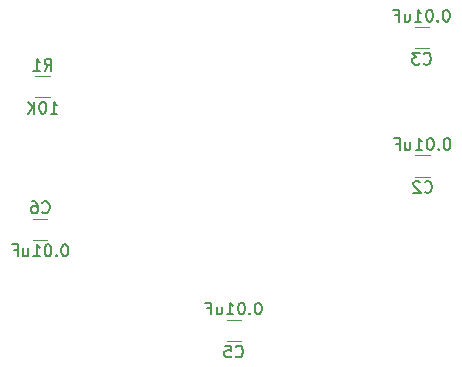
<source format=gbr>
%TF.GenerationSoftware,KiCad,Pcbnew,(5.1.10)-1*%
%TF.CreationDate,2021-12-13T18:42:30+00:00*%
%TF.ProjectId,isascsi,69736173-6373-4692-9e6b-696361645f70,rev?*%
%TF.SameCoordinates,Original*%
%TF.FileFunction,Legend,Bot*%
%TF.FilePolarity,Positive*%
%FSLAX46Y46*%
G04 Gerber Fmt 4.6, Leading zero omitted, Abs format (unit mm)*
G04 Created by KiCad (PCBNEW (5.1.10)-1) date 2021-12-13 18:42:30*
%MOMM*%
%LPD*%
G01*
G04 APERTURE LIST*
%ADD10C,0.120000*%
%ADD11C,0.150000*%
G04 APERTURE END LIST*
D10*
%TO.C,C6*%
X127266064Y-88233800D02*
X126061936Y-88233800D01*
X127266064Y-90053800D02*
X126061936Y-90053800D01*
%TO.C,C3*%
X158359936Y-73823200D02*
X159564064Y-73823200D01*
X158359936Y-72003200D02*
X159564064Y-72003200D01*
%TO.C,C5*%
X142440936Y-96798700D02*
X143645064Y-96798700D01*
X142440936Y-98618700D02*
X143645064Y-98618700D01*
%TO.C,C2*%
X158426936Y-82874400D02*
X159631064Y-82874400D01*
X158426936Y-84694400D02*
X159631064Y-84694400D01*
%TO.C,R1*%
X127457064Y-76153600D02*
X126252936Y-76153600D01*
X127457064Y-77973600D02*
X126252936Y-77973600D01*
%TO.C,C6*%
D11*
X126830666Y-87680942D02*
X126878285Y-87728561D01*
X127021142Y-87776180D01*
X127116380Y-87776180D01*
X127259238Y-87728561D01*
X127354476Y-87633323D01*
X127402095Y-87538085D01*
X127449714Y-87347609D01*
X127449714Y-87204752D01*
X127402095Y-87014276D01*
X127354476Y-86919038D01*
X127259238Y-86823800D01*
X127116380Y-86776180D01*
X127021142Y-86776180D01*
X126878285Y-86823800D01*
X126830666Y-86871419D01*
X125973523Y-86776180D02*
X126164000Y-86776180D01*
X126259238Y-86823800D01*
X126306857Y-86871419D01*
X126402095Y-87014276D01*
X126449714Y-87204752D01*
X126449714Y-87585704D01*
X126402095Y-87680942D01*
X126354476Y-87728561D01*
X126259238Y-87776180D01*
X126068761Y-87776180D01*
X125973523Y-87728561D01*
X125925904Y-87680942D01*
X125878285Y-87585704D01*
X125878285Y-87347609D01*
X125925904Y-87252371D01*
X125973523Y-87204752D01*
X126068761Y-87157133D01*
X126259238Y-87157133D01*
X126354476Y-87204752D01*
X126402095Y-87252371D01*
X126449714Y-87347609D01*
X128783047Y-90416180D02*
X128687809Y-90416180D01*
X128592571Y-90463800D01*
X128544952Y-90511419D01*
X128497333Y-90606657D01*
X128449714Y-90797133D01*
X128449714Y-91035228D01*
X128497333Y-91225704D01*
X128544952Y-91320942D01*
X128592571Y-91368561D01*
X128687809Y-91416180D01*
X128783047Y-91416180D01*
X128878285Y-91368561D01*
X128925904Y-91320942D01*
X128973523Y-91225704D01*
X129021142Y-91035228D01*
X129021142Y-90797133D01*
X128973523Y-90606657D01*
X128925904Y-90511419D01*
X128878285Y-90463800D01*
X128783047Y-90416180D01*
X128021142Y-91320942D02*
X127973523Y-91368561D01*
X128021142Y-91416180D01*
X128068761Y-91368561D01*
X128021142Y-91320942D01*
X128021142Y-91416180D01*
X127354476Y-90416180D02*
X127259238Y-90416180D01*
X127164000Y-90463800D01*
X127116380Y-90511419D01*
X127068761Y-90606657D01*
X127021142Y-90797133D01*
X127021142Y-91035228D01*
X127068761Y-91225704D01*
X127116380Y-91320942D01*
X127164000Y-91368561D01*
X127259238Y-91416180D01*
X127354476Y-91416180D01*
X127449714Y-91368561D01*
X127497333Y-91320942D01*
X127544952Y-91225704D01*
X127592571Y-91035228D01*
X127592571Y-90797133D01*
X127544952Y-90606657D01*
X127497333Y-90511419D01*
X127449714Y-90463800D01*
X127354476Y-90416180D01*
X126068761Y-91416180D02*
X126640190Y-91416180D01*
X126354476Y-91416180D02*
X126354476Y-90416180D01*
X126449714Y-90559038D01*
X126544952Y-90654276D01*
X126640190Y-90701895D01*
X125211619Y-90749514D02*
X125211619Y-91416180D01*
X125640190Y-90749514D02*
X125640190Y-91273323D01*
X125592571Y-91368561D01*
X125497333Y-91416180D01*
X125354476Y-91416180D01*
X125259238Y-91368561D01*
X125211619Y-91320942D01*
X124402095Y-90892371D02*
X124735428Y-90892371D01*
X124735428Y-91416180D02*
X124735428Y-90416180D01*
X124259238Y-90416180D01*
%TO.C,C3*%
X159128666Y-75090342D02*
X159176285Y-75137961D01*
X159319142Y-75185580D01*
X159414380Y-75185580D01*
X159557238Y-75137961D01*
X159652476Y-75042723D01*
X159700095Y-74947485D01*
X159747714Y-74757009D01*
X159747714Y-74614152D01*
X159700095Y-74423676D01*
X159652476Y-74328438D01*
X159557238Y-74233200D01*
X159414380Y-74185580D01*
X159319142Y-74185580D01*
X159176285Y-74233200D01*
X159128666Y-74280819D01*
X158795333Y-74185580D02*
X158176285Y-74185580D01*
X158509619Y-74566533D01*
X158366761Y-74566533D01*
X158271523Y-74614152D01*
X158223904Y-74661771D01*
X158176285Y-74757009D01*
X158176285Y-74995104D01*
X158223904Y-75090342D01*
X158271523Y-75137961D01*
X158366761Y-75185580D01*
X158652476Y-75185580D01*
X158747714Y-75137961D01*
X158795333Y-75090342D01*
X161081047Y-70545580D02*
X160985809Y-70545580D01*
X160890571Y-70593200D01*
X160842952Y-70640819D01*
X160795333Y-70736057D01*
X160747714Y-70926533D01*
X160747714Y-71164628D01*
X160795333Y-71355104D01*
X160842952Y-71450342D01*
X160890571Y-71497961D01*
X160985809Y-71545580D01*
X161081047Y-71545580D01*
X161176285Y-71497961D01*
X161223904Y-71450342D01*
X161271523Y-71355104D01*
X161319142Y-71164628D01*
X161319142Y-70926533D01*
X161271523Y-70736057D01*
X161223904Y-70640819D01*
X161176285Y-70593200D01*
X161081047Y-70545580D01*
X160319142Y-71450342D02*
X160271523Y-71497961D01*
X160319142Y-71545580D01*
X160366761Y-71497961D01*
X160319142Y-71450342D01*
X160319142Y-71545580D01*
X159652476Y-70545580D02*
X159557238Y-70545580D01*
X159462000Y-70593200D01*
X159414380Y-70640819D01*
X159366761Y-70736057D01*
X159319142Y-70926533D01*
X159319142Y-71164628D01*
X159366761Y-71355104D01*
X159414380Y-71450342D01*
X159462000Y-71497961D01*
X159557238Y-71545580D01*
X159652476Y-71545580D01*
X159747714Y-71497961D01*
X159795333Y-71450342D01*
X159842952Y-71355104D01*
X159890571Y-71164628D01*
X159890571Y-70926533D01*
X159842952Y-70736057D01*
X159795333Y-70640819D01*
X159747714Y-70593200D01*
X159652476Y-70545580D01*
X158366761Y-71545580D02*
X158938190Y-71545580D01*
X158652476Y-71545580D02*
X158652476Y-70545580D01*
X158747714Y-70688438D01*
X158842952Y-70783676D01*
X158938190Y-70831295D01*
X157509619Y-70878914D02*
X157509619Y-71545580D01*
X157938190Y-70878914D02*
X157938190Y-71402723D01*
X157890571Y-71497961D01*
X157795333Y-71545580D01*
X157652476Y-71545580D01*
X157557238Y-71497961D01*
X157509619Y-71450342D01*
X156700095Y-71021771D02*
X157033428Y-71021771D01*
X157033428Y-71545580D02*
X157033428Y-70545580D01*
X156557238Y-70545580D01*
%TO.C,C5*%
X143209666Y-99885842D02*
X143257285Y-99933461D01*
X143400142Y-99981080D01*
X143495380Y-99981080D01*
X143638238Y-99933461D01*
X143733476Y-99838223D01*
X143781095Y-99742985D01*
X143828714Y-99552509D01*
X143828714Y-99409652D01*
X143781095Y-99219176D01*
X143733476Y-99123938D01*
X143638238Y-99028700D01*
X143495380Y-98981080D01*
X143400142Y-98981080D01*
X143257285Y-99028700D01*
X143209666Y-99076319D01*
X142304904Y-98981080D02*
X142781095Y-98981080D01*
X142828714Y-99457271D01*
X142781095Y-99409652D01*
X142685857Y-99362033D01*
X142447761Y-99362033D01*
X142352523Y-99409652D01*
X142304904Y-99457271D01*
X142257285Y-99552509D01*
X142257285Y-99790604D01*
X142304904Y-99885842D01*
X142352523Y-99933461D01*
X142447761Y-99981080D01*
X142685857Y-99981080D01*
X142781095Y-99933461D01*
X142828714Y-99885842D01*
X145162047Y-95341080D02*
X145066809Y-95341080D01*
X144971571Y-95388700D01*
X144923952Y-95436319D01*
X144876333Y-95531557D01*
X144828714Y-95722033D01*
X144828714Y-95960128D01*
X144876333Y-96150604D01*
X144923952Y-96245842D01*
X144971571Y-96293461D01*
X145066809Y-96341080D01*
X145162047Y-96341080D01*
X145257285Y-96293461D01*
X145304904Y-96245842D01*
X145352523Y-96150604D01*
X145400142Y-95960128D01*
X145400142Y-95722033D01*
X145352523Y-95531557D01*
X145304904Y-95436319D01*
X145257285Y-95388700D01*
X145162047Y-95341080D01*
X144400142Y-96245842D02*
X144352523Y-96293461D01*
X144400142Y-96341080D01*
X144447761Y-96293461D01*
X144400142Y-96245842D01*
X144400142Y-96341080D01*
X143733476Y-95341080D02*
X143638238Y-95341080D01*
X143543000Y-95388700D01*
X143495380Y-95436319D01*
X143447761Y-95531557D01*
X143400142Y-95722033D01*
X143400142Y-95960128D01*
X143447761Y-96150604D01*
X143495380Y-96245842D01*
X143543000Y-96293461D01*
X143638238Y-96341080D01*
X143733476Y-96341080D01*
X143828714Y-96293461D01*
X143876333Y-96245842D01*
X143923952Y-96150604D01*
X143971571Y-95960128D01*
X143971571Y-95722033D01*
X143923952Y-95531557D01*
X143876333Y-95436319D01*
X143828714Y-95388700D01*
X143733476Y-95341080D01*
X142447761Y-96341080D02*
X143019190Y-96341080D01*
X142733476Y-96341080D02*
X142733476Y-95341080D01*
X142828714Y-95483938D01*
X142923952Y-95579176D01*
X143019190Y-95626795D01*
X141590619Y-95674414D02*
X141590619Y-96341080D01*
X142019190Y-95674414D02*
X142019190Y-96198223D01*
X141971571Y-96293461D01*
X141876333Y-96341080D01*
X141733476Y-96341080D01*
X141638238Y-96293461D01*
X141590619Y-96245842D01*
X140781095Y-95817271D02*
X141114428Y-95817271D01*
X141114428Y-96341080D02*
X141114428Y-95341080D01*
X140638238Y-95341080D01*
%TO.C,C2*%
X159195666Y-85961542D02*
X159243285Y-86009161D01*
X159386142Y-86056780D01*
X159481380Y-86056780D01*
X159624238Y-86009161D01*
X159719476Y-85913923D01*
X159767095Y-85818685D01*
X159814714Y-85628209D01*
X159814714Y-85485352D01*
X159767095Y-85294876D01*
X159719476Y-85199638D01*
X159624238Y-85104400D01*
X159481380Y-85056780D01*
X159386142Y-85056780D01*
X159243285Y-85104400D01*
X159195666Y-85152019D01*
X158814714Y-85152019D02*
X158767095Y-85104400D01*
X158671857Y-85056780D01*
X158433761Y-85056780D01*
X158338523Y-85104400D01*
X158290904Y-85152019D01*
X158243285Y-85247257D01*
X158243285Y-85342495D01*
X158290904Y-85485352D01*
X158862333Y-86056780D01*
X158243285Y-86056780D01*
X161148047Y-81416780D02*
X161052809Y-81416780D01*
X160957571Y-81464400D01*
X160909952Y-81512019D01*
X160862333Y-81607257D01*
X160814714Y-81797733D01*
X160814714Y-82035828D01*
X160862333Y-82226304D01*
X160909952Y-82321542D01*
X160957571Y-82369161D01*
X161052809Y-82416780D01*
X161148047Y-82416780D01*
X161243285Y-82369161D01*
X161290904Y-82321542D01*
X161338523Y-82226304D01*
X161386142Y-82035828D01*
X161386142Y-81797733D01*
X161338523Y-81607257D01*
X161290904Y-81512019D01*
X161243285Y-81464400D01*
X161148047Y-81416780D01*
X160386142Y-82321542D02*
X160338523Y-82369161D01*
X160386142Y-82416780D01*
X160433761Y-82369161D01*
X160386142Y-82321542D01*
X160386142Y-82416780D01*
X159719476Y-81416780D02*
X159624238Y-81416780D01*
X159529000Y-81464400D01*
X159481380Y-81512019D01*
X159433761Y-81607257D01*
X159386142Y-81797733D01*
X159386142Y-82035828D01*
X159433761Y-82226304D01*
X159481380Y-82321542D01*
X159529000Y-82369161D01*
X159624238Y-82416780D01*
X159719476Y-82416780D01*
X159814714Y-82369161D01*
X159862333Y-82321542D01*
X159909952Y-82226304D01*
X159957571Y-82035828D01*
X159957571Y-81797733D01*
X159909952Y-81607257D01*
X159862333Y-81512019D01*
X159814714Y-81464400D01*
X159719476Y-81416780D01*
X158433761Y-82416780D02*
X159005190Y-82416780D01*
X158719476Y-82416780D02*
X158719476Y-81416780D01*
X158814714Y-81559638D01*
X158909952Y-81654876D01*
X159005190Y-81702495D01*
X157576619Y-81750114D02*
X157576619Y-82416780D01*
X158005190Y-81750114D02*
X158005190Y-82273923D01*
X157957571Y-82369161D01*
X157862333Y-82416780D01*
X157719476Y-82416780D01*
X157624238Y-82369161D01*
X157576619Y-82321542D01*
X156767095Y-81892971D02*
X157100428Y-81892971D01*
X157100428Y-82416780D02*
X157100428Y-81416780D01*
X156624238Y-81416780D01*
%TO.C,R1*%
X127021666Y-75695980D02*
X127355000Y-75219790D01*
X127593095Y-75695980D02*
X127593095Y-74695980D01*
X127212142Y-74695980D01*
X127116904Y-74743600D01*
X127069285Y-74791219D01*
X127021666Y-74886457D01*
X127021666Y-75029314D01*
X127069285Y-75124552D01*
X127116904Y-75172171D01*
X127212142Y-75219790D01*
X127593095Y-75219790D01*
X126069285Y-75695980D02*
X126640714Y-75695980D01*
X126355000Y-75695980D02*
X126355000Y-74695980D01*
X126450238Y-74838838D01*
X126545476Y-74934076D01*
X126640714Y-74981695D01*
X127545476Y-79335980D02*
X128116904Y-79335980D01*
X127831190Y-79335980D02*
X127831190Y-78335980D01*
X127926428Y-78478838D01*
X128021666Y-78574076D01*
X128116904Y-78621695D01*
X126926428Y-78335980D02*
X126831190Y-78335980D01*
X126735952Y-78383600D01*
X126688333Y-78431219D01*
X126640714Y-78526457D01*
X126593095Y-78716933D01*
X126593095Y-78955028D01*
X126640714Y-79145504D01*
X126688333Y-79240742D01*
X126735952Y-79288361D01*
X126831190Y-79335980D01*
X126926428Y-79335980D01*
X127021666Y-79288361D01*
X127069285Y-79240742D01*
X127116904Y-79145504D01*
X127164523Y-78955028D01*
X127164523Y-78716933D01*
X127116904Y-78526457D01*
X127069285Y-78431219D01*
X127021666Y-78383600D01*
X126926428Y-78335980D01*
X126164523Y-79335980D02*
X126164523Y-78335980D01*
X125593095Y-79335980D02*
X126021666Y-78764552D01*
X125593095Y-78335980D02*
X126164523Y-78907409D01*
%TD*%
M02*

</source>
